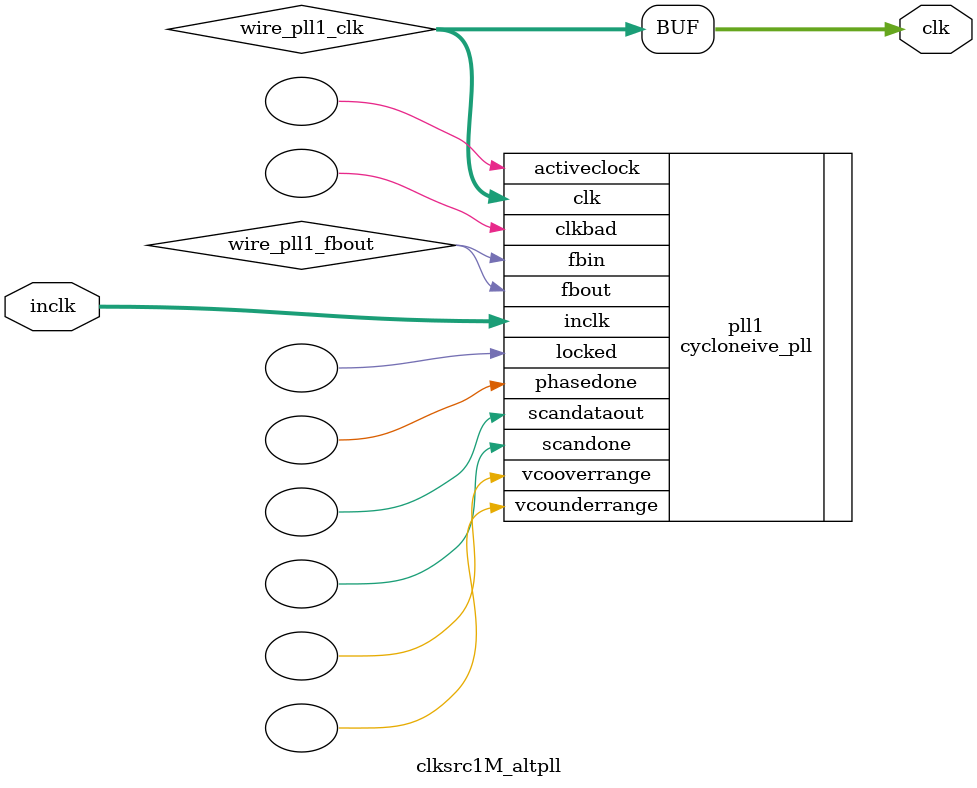
<source format=v>






//synthesis_resources = cycloneive_pll 1 
//synopsys translate_off
`timescale 1 ps / 1 ps
//synopsys translate_on
module  clksrc1M_altpll
	( 
	clk,
	inclk) /* synthesis synthesis_clearbox=1 */;
	output   [4:0]  clk;
	input   [1:0]  inclk;
`ifndef ALTERA_RESERVED_QIS
// synopsys translate_off
`endif
	tri0   [1:0]  inclk;
`ifndef ALTERA_RESERVED_QIS
// synopsys translate_on
`endif

	wire  [4:0]   wire_pll1_clk;
	wire  wire_pll1_fbout;

	cycloneive_pll   pll1
	( 
	.activeclock(),
	.clk(wire_pll1_clk),
	.clkbad(),
	.fbin(wire_pll1_fbout),
	.fbout(wire_pll1_fbout),
	.inclk(inclk),
	.locked(),
	.phasedone(),
	.scandataout(),
	.scandone(),
	.vcooverrange(),
	.vcounderrange()
	`ifndef FORMAL_VERIFICATION
	// synopsys translate_off
	`endif
	,
	.areset(1'b0),
	.clkswitch(1'b0),
	.configupdate(1'b0),
	.pfdena(1'b1),
	.phasecounterselect({3{1'b0}}),
	.phasestep(1'b0),
	.phaseupdown(1'b0),
	.scanclk(1'b0),
	.scanclkena(1'b1),
	.scandata(1'b0)
	`ifndef FORMAL_VERIFICATION
	// synopsys translate_on
	`endif
	);
	defparam
		pll1.bandwidth_type = "auto",
		pll1.clk0_divide_by = 50,
		pll1.clk0_duty_cycle = 50,
		pll1.clk0_multiply_by = 1,
		pll1.clk0_phase_shift = "0",
		pll1.compensate_clock = "clk0",
		pll1.inclk0_input_frequency = 20000,
		pll1.operation_mode = "normal",
		pll1.pll_type = "auto",
		pll1.lpm_type = "cycloneive_pll";
	assign
		clk = {wire_pll1_clk[4:0]};
endmodule //clksrc1M_altpll
//VALID FILE

</source>
